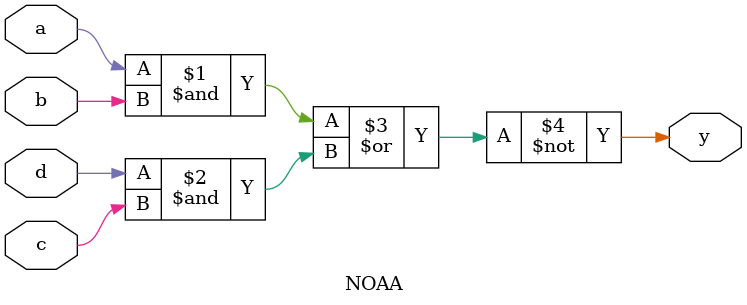
<source format=v>
`timescale 1ns / 1ps



module NOAA(
    input a,
    input b,
    input c,
    input d,
    output y
    );
   
    assign #5 y= ~(a&b | d&c);
endmodule

</source>
